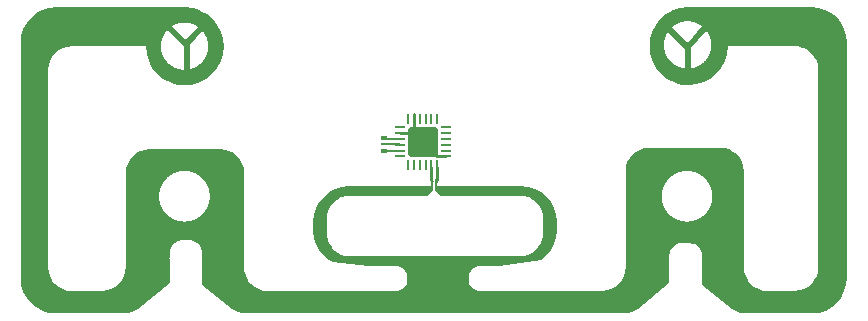
<source format=gbr>
G04 #@! TF.GenerationSoftware,KiCad,Pcbnew,6.0.9-8da3e8f707~117~ubuntu20.04.1*
G04 #@! TF.CreationDate,2022-12-15T16:30:46+01:00*
G04 #@! TF.ProjectId,picsyle-R_motion_915,70696373-796c-4652-9d52-5f6d6f74696f,rev?*
G04 #@! TF.SameCoordinates,Original*
G04 #@! TF.FileFunction,Copper,L1,Top*
G04 #@! TF.FilePolarity,Positive*
%FSLAX46Y46*%
G04 Gerber Fmt 4.6, Leading zero omitted, Abs format (unit mm)*
G04 Created by KiCad (PCBNEW 6.0.9-8da3e8f707~117~ubuntu20.04.1) date 2022-12-15 16:30:46*
%MOMM*%
%LPD*%
G01*
G04 APERTURE LIST*
G04 Aperture macros list*
%AMRoundRect*
0 Rectangle with rounded corners*
0 $1 Rounding radius*
0 $2 $3 $4 $5 $6 $7 $8 $9 X,Y pos of 4 corners*
0 Add a 4 corners polygon primitive as box body*
4,1,4,$2,$3,$4,$5,$6,$7,$8,$9,$2,$3,0*
0 Add four circle primitives for the rounded corners*
1,1,$1+$1,$2,$3*
1,1,$1+$1,$4,$5*
1,1,$1+$1,$6,$7*
1,1,$1+$1,$8,$9*
0 Add four rect primitives between the rounded corners*
20,1,$1+$1,$2,$3,$4,$5,0*
20,1,$1+$1,$4,$5,$6,$7,0*
20,1,$1+$1,$6,$7,$8,$9,0*
20,1,$1+$1,$8,$9,$2,$3,0*%
G04 Aperture macros list end*
G04 #@! TA.AperFunction,SMDPad,CuDef*
%ADD10RoundRect,0.062500X0.062500X-0.350000X0.062500X0.350000X-0.062500X0.350000X-0.062500X-0.350000X0*%
G04 #@! TD*
G04 #@! TA.AperFunction,SMDPad,CuDef*
%ADD11R,0.250000X0.825000*%
G04 #@! TD*
G04 #@! TA.AperFunction,SMDPad,CuDef*
%ADD12RoundRect,0.062500X0.350000X-0.062500X0.350000X0.062500X-0.350000X0.062500X-0.350000X-0.062500X0*%
G04 #@! TD*
G04 #@! TA.AperFunction,SMDPad,CuDef*
%ADD13RoundRect,0.240000X1.010000X-1.010000X1.010000X1.010000X-1.010000X1.010000X-1.010000X-1.010000X0*%
G04 #@! TD*
G04 #@! TA.AperFunction,SMDPad,CuDef*
%ADD14R,0.175000X0.500000*%
G04 #@! TD*
G04 #@! TA.AperFunction,SMDPad,CuDef*
%ADD15R,0.550000X0.400000*%
G04 #@! TD*
G04 #@! TA.AperFunction,SMDPad,CuDef*
%ADD16R,0.550000X0.200000*%
G04 #@! TD*
G04 #@! TA.AperFunction,Conductor*
%ADD17C,0.250000*%
G04 #@! TD*
G04 #@! TA.AperFunction,Conductor*
%ADD18C,0.200000*%
G04 #@! TD*
G04 APERTURE END LIST*
G36*
X45125000Y-48321000D02*
G01*
X45124000Y-48319000D01*
X45120000Y-48315000D01*
X45118000Y-48314000D01*
X45116000Y-48314000D01*
X45114000Y-48313000D01*
X38854000Y-48313000D01*
X38466000Y-48354000D01*
X38465000Y-48354000D01*
X38464000Y-48355000D01*
X38091000Y-48470000D01*
X38090000Y-48471000D01*
X38088000Y-48471000D01*
X37745000Y-48657000D01*
X37744000Y-48658000D01*
X37743000Y-48658000D01*
X37442000Y-48907000D01*
X37440000Y-48909000D01*
X37194000Y-49211000D01*
X37192000Y-49213000D01*
X37192000Y-49214000D01*
X37009000Y-49558000D01*
X37008000Y-49559000D01*
X37008000Y-49561000D01*
X36895000Y-49934000D01*
X36895000Y-49937000D01*
X36857000Y-50325000D01*
X36856000Y-50326000D01*
X36856000Y-67038000D01*
X36857000Y-67052000D01*
X36857000Y-67053000D01*
X36897000Y-67441000D01*
X36898000Y-67442000D01*
X36898000Y-67444000D01*
X37013000Y-67816000D01*
X37014000Y-67818000D01*
X37014000Y-67819000D01*
X37200000Y-68162000D01*
X37201000Y-68163000D01*
X37201000Y-68164000D01*
X37450000Y-68465000D01*
X37452000Y-68467000D01*
X37755000Y-68714000D01*
X37756000Y-68714000D01*
X37757000Y-68715000D01*
X38101000Y-68898000D01*
X38102000Y-68899000D01*
X38104000Y-68899000D01*
X38477000Y-69012000D01*
X38479000Y-69012000D01*
X38480000Y-69013000D01*
X38868000Y-69051000D01*
X41442000Y-69051000D01*
X41830000Y-69010000D01*
X41831000Y-69010000D01*
X41832000Y-69009000D01*
X42205000Y-68894000D01*
X42206000Y-68893000D01*
X42208000Y-68893000D01*
X42551000Y-68707000D01*
X42552000Y-68707000D01*
X42553000Y-68706000D01*
X42854000Y-68457000D01*
X42856000Y-68455000D01*
X43102000Y-68153000D01*
X43104000Y-68151000D01*
X43104000Y-68150000D01*
X43287000Y-67806000D01*
X43288000Y-67805000D01*
X43288000Y-67803000D01*
X43401000Y-67430000D01*
X43401000Y-67427000D01*
X43440000Y-67039000D01*
X43440000Y-61030000D01*
X46259000Y-61030000D01*
X46259300Y-61067400D01*
X46260300Y-61104800D01*
X46261900Y-61142200D01*
X46264200Y-61179500D01*
X46267200Y-61216800D01*
X46270700Y-61254000D01*
X46275000Y-61291200D01*
X46279900Y-61328200D01*
X46285400Y-61365200D01*
X46291600Y-61402100D01*
X46298400Y-61438900D01*
X46305800Y-61475600D01*
X46313900Y-61512100D01*
X46322700Y-61548400D01*
X46332000Y-61584600D01*
X46342000Y-61620700D01*
X46352600Y-61656600D01*
X46363900Y-61692200D01*
X46375800Y-61727700D01*
X46388200Y-61762900D01*
X46401300Y-61798000D01*
X46415000Y-61832800D01*
X46429400Y-61867300D01*
X46444300Y-61901600D01*
X46459800Y-61935700D01*
X46475900Y-61969400D01*
X46492600Y-62002900D01*
X46509800Y-62036100D01*
X46527700Y-62068900D01*
X46546100Y-62101500D01*
X46565100Y-62133700D01*
X46584600Y-62165600D01*
X46604700Y-62197200D01*
X46625400Y-62228400D01*
X46646600Y-62259200D01*
X46668300Y-62289600D01*
X46690500Y-62319700D01*
X46713300Y-62349400D01*
X46736600Y-62378600D01*
X46760400Y-62407500D01*
X46784700Y-62435900D01*
X46809400Y-62463900D01*
X46834700Y-62491500D01*
X46860500Y-62518700D01*
X46886700Y-62545300D01*
X46913300Y-62571500D01*
X46940500Y-62597300D01*
X46968100Y-62622600D01*
X46996100Y-62647300D01*
X47024500Y-62671600D01*
X47053400Y-62695400D01*
X47082600Y-62718700D01*
X47112300Y-62741500D01*
X47142400Y-62763700D01*
X47172800Y-62785400D01*
X47203600Y-62806600D01*
X47234800Y-62827300D01*
X47266400Y-62847400D01*
X47298300Y-62866900D01*
X47330500Y-62885900D01*
X47363100Y-62904300D01*
X47395900Y-62922200D01*
X47429100Y-62939400D01*
X47462600Y-62956100D01*
X47496300Y-62972200D01*
X47530400Y-62987700D01*
X47564700Y-63002600D01*
X47599200Y-63017000D01*
X47634000Y-63030700D01*
X47669100Y-63043800D01*
X47704300Y-63056200D01*
X47739800Y-63068100D01*
X47775400Y-63079400D01*
X47811300Y-63090000D01*
X47847400Y-63100000D01*
X47883600Y-63109300D01*
X47919900Y-63118100D01*
X47956400Y-63126200D01*
X47993100Y-63133600D01*
X48029900Y-63140400D01*
X48066800Y-63146600D01*
X48103800Y-63152100D01*
X48140800Y-63157000D01*
X48178000Y-63161300D01*
X48215200Y-63164800D01*
X48252500Y-63167800D01*
X48289800Y-63170100D01*
X48327200Y-63171700D01*
X48364600Y-63172700D01*
X48402000Y-63173000D01*
X48439400Y-63172700D01*
X48476800Y-63171700D01*
X48514200Y-63170100D01*
X48551500Y-63167800D01*
X48588800Y-63164800D01*
X48626000Y-63161300D01*
X48663200Y-63157000D01*
X48700200Y-63152100D01*
X48737200Y-63146600D01*
X48774100Y-63140400D01*
X48810900Y-63133600D01*
X48847600Y-63126200D01*
X48884100Y-63118100D01*
X48920400Y-63109300D01*
X48956600Y-63100000D01*
X48992700Y-63090000D01*
X49028600Y-63079400D01*
X49064200Y-63068100D01*
X49099700Y-63056200D01*
X49134900Y-63043800D01*
X49170000Y-63030700D01*
X49204800Y-63017000D01*
X49239300Y-63002600D01*
X49273600Y-62987700D01*
X49307700Y-62972200D01*
X49341400Y-62956100D01*
X49374900Y-62939400D01*
X49408100Y-62922200D01*
X49440900Y-62904300D01*
X49473500Y-62885900D01*
X49505700Y-62866900D01*
X49537600Y-62847400D01*
X49569200Y-62827300D01*
X49600400Y-62806600D01*
X49631200Y-62785400D01*
X49661600Y-62763700D01*
X49691700Y-62741500D01*
X49721400Y-62718700D01*
X49750600Y-62695400D01*
X49779500Y-62671600D01*
X49807900Y-62647300D01*
X49835900Y-62622600D01*
X49863500Y-62597300D01*
X49890700Y-62571500D01*
X49917300Y-62545300D01*
X49943500Y-62518700D01*
X49969300Y-62491500D01*
X49994600Y-62463900D01*
X50019300Y-62435900D01*
X50043600Y-62407500D01*
X50067400Y-62378600D01*
X50090700Y-62349400D01*
X50113500Y-62319700D01*
X50135700Y-62289600D01*
X50157400Y-62259200D01*
X50178600Y-62228400D01*
X50199300Y-62197200D01*
X50219400Y-62165600D01*
X50238900Y-62133700D01*
X50257900Y-62101500D01*
X50276300Y-62068900D01*
X50294200Y-62036100D01*
X50311400Y-62002900D01*
X50328100Y-61969400D01*
X50344200Y-61935700D01*
X50359700Y-61901600D01*
X50374600Y-61867300D01*
X50389000Y-61832800D01*
X50402700Y-61798000D01*
X50415800Y-61762900D01*
X50428200Y-61727700D01*
X50440100Y-61692200D01*
X50451400Y-61656600D01*
X50462000Y-61620700D01*
X50472000Y-61584600D01*
X50481300Y-61548400D01*
X50490100Y-61512100D01*
X50498200Y-61475600D01*
X50505600Y-61438900D01*
X50512400Y-61402100D01*
X50518600Y-61365200D01*
X50524100Y-61328200D01*
X50529000Y-61291200D01*
X50533300Y-61254000D01*
X50536800Y-61216800D01*
X50539800Y-61179500D01*
X50542100Y-61142200D01*
X50543700Y-61104800D01*
X50544700Y-61067400D01*
X50545000Y-61030000D01*
X50544700Y-60992600D01*
X50543700Y-60955200D01*
X50542100Y-60917800D01*
X50539800Y-60880500D01*
X50536800Y-60843200D01*
X50533300Y-60806000D01*
X50529000Y-60768800D01*
X50524100Y-60731800D01*
X50518600Y-60694800D01*
X50512400Y-60657900D01*
X50505600Y-60621100D01*
X50498200Y-60584400D01*
X50490100Y-60547900D01*
X50481300Y-60511600D01*
X50472000Y-60475400D01*
X50462000Y-60439300D01*
X50451400Y-60403400D01*
X50440100Y-60367800D01*
X50428200Y-60332300D01*
X50415800Y-60297100D01*
X50402700Y-60262000D01*
X50389000Y-60227200D01*
X50374600Y-60192700D01*
X50359700Y-60158400D01*
X50344200Y-60124300D01*
X50328100Y-60090600D01*
X50311400Y-60057100D01*
X50294200Y-60023900D01*
X50276300Y-59991100D01*
X50257900Y-59958500D01*
X50238900Y-59926300D01*
X50219400Y-59894400D01*
X50199300Y-59862800D01*
X50178600Y-59831600D01*
X50157400Y-59800800D01*
X50135700Y-59770400D01*
X50113500Y-59740300D01*
X50090700Y-59710600D01*
X50067400Y-59681400D01*
X50043600Y-59652500D01*
X50019300Y-59624100D01*
X49994600Y-59596100D01*
X49969300Y-59568500D01*
X49943500Y-59541300D01*
X49917300Y-59514700D01*
X49890700Y-59488500D01*
X49863500Y-59462700D01*
X49835900Y-59437400D01*
X49807900Y-59412700D01*
X49779500Y-59388400D01*
X49750600Y-59364600D01*
X49721400Y-59341300D01*
X49691700Y-59318500D01*
X49661600Y-59296300D01*
X49631200Y-59274600D01*
X49600400Y-59253400D01*
X49569200Y-59232700D01*
X49537600Y-59212600D01*
X49505700Y-59193100D01*
X49473500Y-59174100D01*
X49440900Y-59155700D01*
X49408100Y-59137800D01*
X49374900Y-59120600D01*
X49341400Y-59103900D01*
X49307700Y-59087800D01*
X49273600Y-59072300D01*
X49239300Y-59057400D01*
X49204800Y-59043000D01*
X49170000Y-59029300D01*
X49134900Y-59016200D01*
X49099700Y-59003800D01*
X49064200Y-58991900D01*
X49028600Y-58980600D01*
X48992700Y-58970000D01*
X48956600Y-58960000D01*
X48920400Y-58950700D01*
X48884100Y-58941900D01*
X48847600Y-58933800D01*
X48810900Y-58926400D01*
X48774100Y-58919600D01*
X48737200Y-58913400D01*
X48700200Y-58907900D01*
X48663200Y-58903000D01*
X48626000Y-58898700D01*
X48588800Y-58895200D01*
X48551500Y-58892200D01*
X48514200Y-58889900D01*
X48476800Y-58888300D01*
X48439400Y-58887300D01*
X48402000Y-58887000D01*
X48364600Y-58887300D01*
X48327200Y-58888300D01*
X48289800Y-58889900D01*
X48252500Y-58892200D01*
X48215200Y-58895200D01*
X48178000Y-58898700D01*
X48140800Y-58903000D01*
X48103800Y-58907900D01*
X48066800Y-58913400D01*
X48029900Y-58919600D01*
X47993100Y-58926400D01*
X47956400Y-58933800D01*
X47919900Y-58941900D01*
X47883600Y-58950700D01*
X47847400Y-58960000D01*
X47811300Y-58970000D01*
X47775400Y-58980600D01*
X47739800Y-58991900D01*
X47704300Y-59003800D01*
X47669100Y-59016200D01*
X47634000Y-59029300D01*
X47599200Y-59043000D01*
X47564700Y-59057400D01*
X47530400Y-59072300D01*
X47496300Y-59087800D01*
X47462600Y-59103900D01*
X47429100Y-59120600D01*
X47395900Y-59137800D01*
X47363100Y-59155700D01*
X47330500Y-59174100D01*
X47298300Y-59193100D01*
X47266400Y-59212600D01*
X47234800Y-59232700D01*
X47203600Y-59253400D01*
X47172800Y-59274600D01*
X47142400Y-59296300D01*
X47112300Y-59318500D01*
X47082600Y-59341300D01*
X47053400Y-59364600D01*
X47024500Y-59388400D01*
X46996100Y-59412700D01*
X46968100Y-59437400D01*
X46940500Y-59462700D01*
X46913300Y-59488500D01*
X46886700Y-59514700D01*
X46860500Y-59541300D01*
X46834700Y-59568500D01*
X46809400Y-59596100D01*
X46784700Y-59624100D01*
X46760400Y-59652500D01*
X46736600Y-59681400D01*
X46713300Y-59710600D01*
X46690500Y-59740300D01*
X46668300Y-59770400D01*
X46646600Y-59800800D01*
X46625400Y-59831600D01*
X46604700Y-59862800D01*
X46584600Y-59894400D01*
X46565100Y-59926300D01*
X46546100Y-59958500D01*
X46527700Y-59991100D01*
X46509800Y-60023900D01*
X46492600Y-60057100D01*
X46475900Y-60090600D01*
X46459800Y-60124300D01*
X46444300Y-60158400D01*
X46429400Y-60192700D01*
X46415000Y-60227200D01*
X46401300Y-60262000D01*
X46388200Y-60297100D01*
X46375800Y-60332300D01*
X46363900Y-60367800D01*
X46352600Y-60403400D01*
X46342000Y-60439300D01*
X46332000Y-60475400D01*
X46322700Y-60511600D01*
X46313900Y-60547900D01*
X46305800Y-60584400D01*
X46298400Y-60621100D01*
X46291600Y-60657900D01*
X46285400Y-60694800D01*
X46279900Y-60731800D01*
X46275000Y-60768800D01*
X46270700Y-60806000D01*
X46267200Y-60843200D01*
X46264200Y-60880500D01*
X46261900Y-60917800D01*
X46260300Y-60955200D01*
X46259300Y-60992600D01*
X46259000Y-61030000D01*
X43440000Y-61030000D01*
X43440000Y-59058000D01*
X43477000Y-58671000D01*
X43590000Y-58300000D01*
X43772000Y-57958000D01*
X44017000Y-57657000D01*
X44315000Y-57410000D01*
X44656000Y-57226000D01*
X45027000Y-57111000D01*
X45413000Y-57071000D01*
X49719000Y-57071000D01*
X51459000Y-57070000D01*
X51846000Y-57108000D01*
X52217000Y-57220000D01*
X52560000Y-57402000D01*
X52860000Y-57647000D01*
X53107000Y-57945000D01*
X53292000Y-58286000D01*
X53407000Y-58657000D01*
X53447000Y-59043000D01*
X53447000Y-67038000D01*
X53448000Y-67052000D01*
X53448000Y-67053000D01*
X53488000Y-67441000D01*
X53489000Y-67442000D01*
X53489000Y-67444000D01*
X53604000Y-67816000D01*
X53605000Y-67818000D01*
X53605000Y-67819000D01*
X53791000Y-68162000D01*
X53792000Y-68163000D01*
X53792000Y-68164000D01*
X54041000Y-68465000D01*
X54043000Y-68467000D01*
X54346000Y-68714000D01*
X54347000Y-68714000D01*
X54348000Y-68715000D01*
X54692000Y-68898000D01*
X54693000Y-68899000D01*
X54695000Y-68899000D01*
X55068000Y-69012000D01*
X55070000Y-69012000D01*
X55071000Y-69013000D01*
X55459000Y-69051000D01*
X66281000Y-69051000D01*
X66475000Y-69030000D01*
X66478000Y-69030000D01*
X66664000Y-68972000D01*
X66665000Y-68972000D01*
X66667000Y-68971000D01*
X66838000Y-68878000D01*
X66839000Y-68878000D01*
X66840000Y-68877000D01*
X66841000Y-68877000D01*
X66991000Y-68752000D01*
X66992000Y-68751000D01*
X66993000Y-68751000D01*
X66993000Y-68750000D01*
X67116000Y-68599000D01*
X67117000Y-68598000D01*
X67117000Y-68597000D01*
X67209000Y-68425000D01*
X67210000Y-68424000D01*
X67210000Y-68422000D01*
X67266000Y-68236000D01*
X67267000Y-68234000D01*
X67267000Y-68233000D01*
X67286000Y-68039000D01*
X67286000Y-67926000D01*
X67266000Y-67732000D01*
X67265000Y-67731000D01*
X67265000Y-67729000D01*
X67207000Y-67543000D01*
X67207000Y-67542000D01*
X67206000Y-67541000D01*
X67206000Y-67540000D01*
X67114000Y-67369000D01*
X67112000Y-67367000D01*
X66988000Y-67216000D01*
X66987000Y-67215000D01*
X66986000Y-67215000D01*
X66986000Y-67214000D01*
X66835000Y-67091000D01*
X66834000Y-67090000D01*
X66832000Y-67090000D01*
X66660000Y-66998000D01*
X66659000Y-66998000D01*
X66658000Y-66997000D01*
X66471000Y-66941000D01*
X66470000Y-66940000D01*
X66468000Y-66940000D01*
X66274000Y-66921000D01*
X64046000Y-66921000D01*
X61022000Y-66624000D01*
X60643000Y-66422000D01*
X60192000Y-66054000D01*
X59820000Y-65604000D01*
X59543000Y-65092000D01*
X59371000Y-64535000D01*
X59310000Y-63954000D01*
X59309000Y-63934000D01*
X59309000Y-63165000D01*
X59366000Y-62584000D01*
X59535000Y-62026000D01*
X59809000Y-61511000D01*
X60177000Y-61060000D01*
X60626000Y-60688000D01*
X61139000Y-60411000D01*
X61696000Y-60238000D01*
X62276000Y-60177000D01*
X69290000Y-60177000D01*
X69292000Y-60176000D01*
X69295000Y-60175000D01*
X69297000Y-60174000D01*
X69298000Y-60172000D01*
X69300000Y-60169000D01*
X69300000Y-60167000D01*
X69301000Y-60164000D01*
X69300000Y-60164000D01*
X69300000Y-59714000D01*
X69474000Y-59714000D01*
X69474000Y-60488000D01*
X68982000Y-60980000D01*
X62447000Y-60980000D01*
X62075000Y-61015000D01*
X62074000Y-61016000D01*
X62073000Y-61016000D01*
X61698000Y-61125000D01*
X61697000Y-61126000D01*
X61696000Y-61126000D01*
X61350000Y-61307000D01*
X61349000Y-61307000D01*
X61348000Y-61308000D01*
X60957000Y-61642000D01*
X60955000Y-61644000D01*
X60731000Y-61943000D01*
X60731000Y-61944000D01*
X60730000Y-61945000D01*
X60566000Y-62280000D01*
X60566000Y-62281000D01*
X60565000Y-62282000D01*
X60478000Y-62580000D01*
X60478000Y-62583000D01*
X60437000Y-62915000D01*
X60437000Y-62919000D01*
X60435000Y-62993000D01*
X60435000Y-63376000D01*
X60432000Y-63376000D01*
X60432000Y-63663000D01*
X60435000Y-63663000D01*
X60435000Y-64106000D01*
X60455000Y-64382000D01*
X60455000Y-64385000D01*
X60531000Y-64719000D01*
X60532000Y-64721000D01*
X60655000Y-65020000D01*
X60656000Y-65020000D01*
X60656000Y-65022000D01*
X60872000Y-65356000D01*
X60872000Y-65357000D01*
X60873000Y-65358000D01*
X60891000Y-65381000D01*
X60892000Y-65381000D01*
X60892000Y-65382000D01*
X61167000Y-65657000D01*
X61167000Y-65658000D01*
X61169000Y-65659000D01*
X61401000Y-65824000D01*
X61403000Y-65825000D01*
X61680000Y-65966000D01*
X61681000Y-65966000D01*
X61682000Y-65967000D01*
X61683000Y-65967000D01*
X62056000Y-66079000D01*
X62057000Y-66080000D01*
X62059000Y-66080000D01*
X62447000Y-66118000D01*
X76777000Y-66118000D01*
X77088000Y-66094000D01*
X77089000Y-66094000D01*
X77090000Y-66093000D01*
X77468000Y-65995000D01*
X77470000Y-65995000D01*
X77821000Y-65825000D01*
X77823000Y-65824000D01*
X78056000Y-65659000D01*
X78079000Y-65639000D01*
X78080000Y-65639000D01*
X78080000Y-65638000D01*
X78351000Y-65358000D01*
X78352000Y-65358000D01*
X78353000Y-65356000D01*
X78568000Y-65022000D01*
X78569000Y-65020000D01*
X78692000Y-64721000D01*
X78693000Y-64721000D01*
X78693000Y-64719000D01*
X78770000Y-64385000D01*
X78770000Y-64382000D01*
X78789000Y-64112000D01*
X78789000Y-63661000D01*
X78792000Y-63661000D01*
X78792000Y-63192000D01*
X78789000Y-63192000D01*
X78789000Y-62993000D01*
X78788000Y-62919000D01*
X78788000Y-62915000D01*
X78747000Y-62583000D01*
X78746000Y-62581000D01*
X78746000Y-62580000D01*
X78659000Y-62282000D01*
X78659000Y-62281000D01*
X78658000Y-62280000D01*
X78495000Y-61945000D01*
X78493000Y-61943000D01*
X78270000Y-61644000D01*
X78269000Y-61644000D01*
X78268000Y-61642000D01*
X77877000Y-61308000D01*
X77875000Y-61307000D01*
X77544000Y-61133000D01*
X77543000Y-61132000D01*
X77542000Y-61132000D01*
X77168000Y-61019000D01*
X77166000Y-61019000D01*
X77166000Y-61018000D01*
X76777000Y-60980000D01*
X70143000Y-60980000D01*
X69650000Y-60488000D01*
X69650000Y-59714000D01*
X69824000Y-59714000D01*
X69824000Y-60167000D01*
X69825000Y-60169000D01*
X69826000Y-60172000D01*
X69828000Y-60174000D01*
X69830000Y-60175000D01*
X69832000Y-60177000D01*
X69835000Y-60177000D01*
X69837000Y-60178000D01*
X76928000Y-60177000D01*
X77508000Y-60234000D01*
X78066000Y-60403000D01*
X78581000Y-60677000D01*
X79033000Y-61045000D01*
X79404000Y-61494000D01*
X79682000Y-62007000D01*
X79854000Y-62564000D01*
X79915000Y-63144000D01*
X79915000Y-63934000D01*
X79858000Y-64514000D01*
X79690000Y-65072000D01*
X79416000Y-65587000D01*
X79048000Y-66039000D01*
X78598000Y-66410000D01*
X75050000Y-66921000D01*
X73461000Y-66921000D01*
X73267000Y-66942000D01*
X73265000Y-66942000D01*
X73078000Y-67000000D01*
X73077000Y-67000000D01*
X73076000Y-67001000D01*
X72904000Y-67094000D01*
X72903000Y-67094000D01*
X72902000Y-67095000D01*
X72752000Y-67219000D01*
X72750000Y-67221000D01*
X72627000Y-67372000D01*
X72625000Y-67374000D01*
X72625000Y-67375000D01*
X72533000Y-67547000D01*
X72533000Y-67549000D01*
X72476000Y-67736000D01*
X72476000Y-67739000D01*
X72457000Y-67933000D01*
X72456000Y-67934000D01*
X72456000Y-68038000D01*
X72457000Y-68045000D01*
X72457000Y-68046000D01*
X72477000Y-68240000D01*
X72477000Y-68242000D01*
X72478000Y-68242000D01*
X72535000Y-68429000D01*
X72536000Y-68430000D01*
X72536000Y-68431000D01*
X72629000Y-68603000D01*
X72630000Y-68604000D01*
X72630000Y-68605000D01*
X72755000Y-68756000D01*
X72756000Y-68756000D01*
X72757000Y-68757000D01*
X72908000Y-68881000D01*
X72909000Y-68881000D01*
X72910000Y-68882000D01*
X73082000Y-68974000D01*
X73084000Y-68974000D01*
X73085000Y-68975000D01*
X73272000Y-69031000D01*
X73273000Y-69031000D01*
X73274000Y-69032000D01*
X73468000Y-69051000D01*
X83758000Y-69051000D01*
X84146000Y-69010000D01*
X84147000Y-69010000D01*
X84148000Y-69009000D01*
X84521000Y-68894000D01*
X84522000Y-68893000D01*
X84524000Y-68893000D01*
X84867000Y-68707000D01*
X84868000Y-68707000D01*
X84869000Y-68706000D01*
X85170000Y-68457000D01*
X85172000Y-68455000D01*
X85418000Y-68153000D01*
X85420000Y-68151000D01*
X85420000Y-68150000D01*
X85603000Y-67806000D01*
X85604000Y-67805000D01*
X85604000Y-67803000D01*
X85717000Y-67430000D01*
X85717000Y-67427000D01*
X85756000Y-67039000D01*
X85756000Y-61030000D01*
X88810000Y-61030000D01*
X88810300Y-61067400D01*
X88811300Y-61104800D01*
X88812900Y-61142200D01*
X88815200Y-61179500D01*
X88818200Y-61216800D01*
X88821700Y-61254000D01*
X88826000Y-61291200D01*
X88830900Y-61328200D01*
X88836400Y-61365200D01*
X88842600Y-61402100D01*
X88849400Y-61438900D01*
X88856800Y-61475600D01*
X88864900Y-61512100D01*
X88873700Y-61548400D01*
X88883000Y-61584600D01*
X88893000Y-61620700D01*
X88903600Y-61656600D01*
X88914900Y-61692200D01*
X88926800Y-61727700D01*
X88939200Y-61762900D01*
X88952300Y-61798000D01*
X88966000Y-61832800D01*
X88980400Y-61867300D01*
X88995300Y-61901600D01*
X89010800Y-61935700D01*
X89026900Y-61969400D01*
X89043600Y-62002900D01*
X89060800Y-62036100D01*
X89078700Y-62068900D01*
X89097100Y-62101500D01*
X89116100Y-62133700D01*
X89135600Y-62165600D01*
X89155700Y-62197200D01*
X89176400Y-62228400D01*
X89197600Y-62259200D01*
X89219300Y-62289600D01*
X89241500Y-62319700D01*
X89264300Y-62349400D01*
X89287600Y-62378600D01*
X89311400Y-62407500D01*
X89335700Y-62435900D01*
X89360400Y-62463900D01*
X89385700Y-62491500D01*
X89411500Y-62518700D01*
X89437700Y-62545300D01*
X89464300Y-62571500D01*
X89491500Y-62597300D01*
X89519100Y-62622600D01*
X89547100Y-62647300D01*
X89575500Y-62671600D01*
X89604400Y-62695400D01*
X89633600Y-62718700D01*
X89663300Y-62741500D01*
X89693400Y-62763700D01*
X89723800Y-62785400D01*
X89754600Y-62806600D01*
X89785800Y-62827300D01*
X89817400Y-62847400D01*
X89849300Y-62866900D01*
X89881500Y-62885900D01*
X89914100Y-62904300D01*
X89946900Y-62922200D01*
X89980100Y-62939400D01*
X90013600Y-62956100D01*
X90047300Y-62972200D01*
X90081400Y-62987700D01*
X90115700Y-63002600D01*
X90150200Y-63017000D01*
X90185000Y-63030700D01*
X90220100Y-63043800D01*
X90255300Y-63056200D01*
X90290800Y-63068100D01*
X90326400Y-63079400D01*
X90362300Y-63090000D01*
X90398400Y-63100000D01*
X90434600Y-63109300D01*
X90470900Y-63118100D01*
X90507400Y-63126200D01*
X90544100Y-63133600D01*
X90580900Y-63140400D01*
X90617800Y-63146600D01*
X90654800Y-63152100D01*
X90691800Y-63157000D01*
X90729000Y-63161300D01*
X90766200Y-63164800D01*
X90803500Y-63167800D01*
X90840800Y-63170100D01*
X90878200Y-63171700D01*
X90915600Y-63172700D01*
X90953000Y-63173000D01*
X90990400Y-63172700D01*
X91027800Y-63171700D01*
X91065200Y-63170100D01*
X91102500Y-63167800D01*
X91139800Y-63164800D01*
X91177000Y-63161300D01*
X91214200Y-63157000D01*
X91251200Y-63152100D01*
X91288200Y-63146600D01*
X91325100Y-63140400D01*
X91361900Y-63133600D01*
X91398600Y-63126200D01*
X91435100Y-63118100D01*
X91471400Y-63109300D01*
X91507600Y-63100000D01*
X91543700Y-63090000D01*
X91579600Y-63079400D01*
X91615200Y-63068100D01*
X91650700Y-63056200D01*
X91685900Y-63043800D01*
X91721000Y-63030700D01*
X91755800Y-63017000D01*
X91790300Y-63002600D01*
X91824600Y-62987700D01*
X91858700Y-62972200D01*
X91892400Y-62956100D01*
X91925900Y-62939400D01*
X91959100Y-62922200D01*
X91991900Y-62904300D01*
X92024500Y-62885900D01*
X92056700Y-62866900D01*
X92088600Y-62847400D01*
X92120200Y-62827300D01*
X92151400Y-62806600D01*
X92182200Y-62785400D01*
X92212600Y-62763700D01*
X92242700Y-62741500D01*
X92272400Y-62718700D01*
X92301600Y-62695400D01*
X92330500Y-62671600D01*
X92358900Y-62647300D01*
X92386900Y-62622600D01*
X92414500Y-62597300D01*
X92441700Y-62571500D01*
X92468300Y-62545300D01*
X92494500Y-62518700D01*
X92520300Y-62491500D01*
X92545600Y-62463900D01*
X92570300Y-62435900D01*
X92594600Y-62407500D01*
X92618400Y-62378600D01*
X92641700Y-62349400D01*
X92664500Y-62319700D01*
X92686700Y-62289600D01*
X92708400Y-62259200D01*
X92729600Y-62228400D01*
X92750300Y-62197200D01*
X92770400Y-62165600D01*
X92789900Y-62133700D01*
X92808900Y-62101500D01*
X92827300Y-62068900D01*
X92845200Y-62036100D01*
X92862400Y-62002900D01*
X92879100Y-61969400D01*
X92895200Y-61935700D01*
X92910700Y-61901600D01*
X92925600Y-61867300D01*
X92940000Y-61832800D01*
X92953700Y-61798000D01*
X92966800Y-61762900D01*
X92979200Y-61727700D01*
X92991100Y-61692200D01*
X93002400Y-61656600D01*
X93013000Y-61620700D01*
X93023000Y-61584600D01*
X93032300Y-61548400D01*
X93041100Y-61512100D01*
X93049200Y-61475600D01*
X93056600Y-61438900D01*
X93063400Y-61402100D01*
X93069600Y-61365200D01*
X93075100Y-61328200D01*
X93080000Y-61291200D01*
X93084300Y-61254000D01*
X93087800Y-61216800D01*
X93090800Y-61179500D01*
X93093100Y-61142200D01*
X93094700Y-61104800D01*
X93095700Y-61067400D01*
X93096000Y-61030000D01*
X93095700Y-60992600D01*
X93094700Y-60955200D01*
X93093100Y-60917800D01*
X93090800Y-60880500D01*
X93087800Y-60843200D01*
X93084300Y-60806000D01*
X93080000Y-60768800D01*
X93075100Y-60731800D01*
X93069600Y-60694800D01*
X93063400Y-60657900D01*
X93056600Y-60621100D01*
X93049200Y-60584400D01*
X93041100Y-60547900D01*
X93032300Y-60511600D01*
X93023000Y-60475400D01*
X93013000Y-60439300D01*
X93002400Y-60403400D01*
X92991100Y-60367800D01*
X92979200Y-60332300D01*
X92966800Y-60297100D01*
X92953700Y-60262000D01*
X92940000Y-60227200D01*
X92925600Y-60192700D01*
X92910700Y-60158400D01*
X92895200Y-60124300D01*
X92879100Y-60090600D01*
X92862400Y-60057100D01*
X92845200Y-60023900D01*
X92827300Y-59991100D01*
X92808900Y-59958500D01*
X92789900Y-59926300D01*
X92770400Y-59894400D01*
X92750300Y-59862800D01*
X92729600Y-59831600D01*
X92708400Y-59800800D01*
X92686700Y-59770400D01*
X92664500Y-59740300D01*
X92641700Y-59710600D01*
X92618400Y-59681400D01*
X92594600Y-59652500D01*
X92570300Y-59624100D01*
X92545600Y-59596100D01*
X92520300Y-59568500D01*
X92494500Y-59541300D01*
X92468300Y-59514700D01*
X92441700Y-59488500D01*
X92414500Y-59462700D01*
X92386900Y-59437400D01*
X92358900Y-59412700D01*
X92330500Y-59388400D01*
X92301600Y-59364600D01*
X92272400Y-59341300D01*
X92242700Y-59318500D01*
X92212600Y-59296300D01*
X92182200Y-59274600D01*
X92151400Y-59253400D01*
X92120200Y-59232700D01*
X92088600Y-59212600D01*
X92056700Y-59193100D01*
X92024500Y-59174100D01*
X91991900Y-59155700D01*
X91959100Y-59137800D01*
X91925900Y-59120600D01*
X91892400Y-59103900D01*
X91858700Y-59087800D01*
X91824600Y-59072300D01*
X91790300Y-59057400D01*
X91755800Y-59043000D01*
X91721000Y-59029300D01*
X91685900Y-59016200D01*
X91650700Y-59003800D01*
X91615200Y-58991900D01*
X91579600Y-58980600D01*
X91543700Y-58970000D01*
X91507600Y-58960000D01*
X91471400Y-58950700D01*
X91435100Y-58941900D01*
X91398600Y-58933800D01*
X91361900Y-58926400D01*
X91325100Y-58919600D01*
X91288200Y-58913400D01*
X91251200Y-58907900D01*
X91214200Y-58903000D01*
X91177000Y-58898700D01*
X91139800Y-58895200D01*
X91102500Y-58892200D01*
X91065200Y-58889900D01*
X91027800Y-58888300D01*
X90990400Y-58887300D01*
X90953000Y-58887000D01*
X90915600Y-58887300D01*
X90878200Y-58888300D01*
X90840800Y-58889900D01*
X90803500Y-58892200D01*
X90766200Y-58895200D01*
X90729000Y-58898700D01*
X90691800Y-58903000D01*
X90654800Y-58907900D01*
X90617800Y-58913400D01*
X90580900Y-58919600D01*
X90544100Y-58926400D01*
X90507400Y-58933800D01*
X90470900Y-58941900D01*
X90434600Y-58950700D01*
X90398400Y-58960000D01*
X90362300Y-58970000D01*
X90326400Y-58980600D01*
X90290800Y-58991900D01*
X90255300Y-59003800D01*
X90220100Y-59016200D01*
X90185000Y-59029300D01*
X90150200Y-59043000D01*
X90115700Y-59057400D01*
X90081400Y-59072300D01*
X90047300Y-59087800D01*
X90013600Y-59103900D01*
X89980100Y-59120600D01*
X89946900Y-59137800D01*
X89914100Y-59155700D01*
X89881500Y-59174100D01*
X89849300Y-59193100D01*
X89817400Y-59212600D01*
X89785800Y-59232700D01*
X89754600Y-59253400D01*
X89723800Y-59274600D01*
X89693400Y-59296300D01*
X89663300Y-59318500D01*
X89633600Y-59341300D01*
X89604400Y-59364600D01*
X89575500Y-59388400D01*
X89547100Y-59412700D01*
X89519100Y-59437400D01*
X89491500Y-59462700D01*
X89464300Y-59488500D01*
X89437700Y-59514700D01*
X89411500Y-59541300D01*
X89385700Y-59568500D01*
X89360400Y-59596100D01*
X89335700Y-59624100D01*
X89311400Y-59652500D01*
X89287600Y-59681400D01*
X89264300Y-59710600D01*
X89241500Y-59740300D01*
X89219300Y-59770400D01*
X89197600Y-59800800D01*
X89176400Y-59831600D01*
X89155700Y-59862800D01*
X89135600Y-59894400D01*
X89116100Y-59926300D01*
X89097100Y-59958500D01*
X89078700Y-59991100D01*
X89060800Y-60023900D01*
X89043600Y-60057100D01*
X89026900Y-60090600D01*
X89010800Y-60124300D01*
X88995300Y-60158400D01*
X88980400Y-60192700D01*
X88966000Y-60227200D01*
X88952300Y-60262000D01*
X88939200Y-60297100D01*
X88926800Y-60332300D01*
X88914900Y-60367800D01*
X88903600Y-60403400D01*
X88893000Y-60439300D01*
X88883000Y-60475400D01*
X88873700Y-60511600D01*
X88864900Y-60547900D01*
X88856800Y-60584400D01*
X88849400Y-60621100D01*
X88842600Y-60657900D01*
X88836400Y-60694800D01*
X88830900Y-60731800D01*
X88826000Y-60768800D01*
X88821700Y-60806000D01*
X88818200Y-60843200D01*
X88815200Y-60880500D01*
X88812900Y-60917800D01*
X88811300Y-60955200D01*
X88810300Y-60992600D01*
X88810000Y-61030000D01*
X85756000Y-61030000D01*
X85756000Y-58905000D01*
X85793000Y-58518000D01*
X85906000Y-58147000D01*
X86088000Y-57805000D01*
X86333000Y-57504000D01*
X86631000Y-57257000D01*
X86972000Y-57073000D01*
X87343000Y-56958000D01*
X87729000Y-56918000D01*
X92035000Y-56918000D01*
X93775000Y-56917000D01*
X94162000Y-56955000D01*
X94533000Y-57067000D01*
X94876000Y-57249000D01*
X95176000Y-57494000D01*
X95423000Y-57792000D01*
X95608000Y-58133000D01*
X95723000Y-58504000D01*
X95763000Y-58890000D01*
X95763000Y-67038000D01*
X95764000Y-67052000D01*
X95764000Y-67053000D01*
X95804000Y-67441000D01*
X95805000Y-67442000D01*
X95805000Y-67444000D01*
X95920000Y-67816000D01*
X95921000Y-67818000D01*
X95921000Y-67819000D01*
X96107000Y-68162000D01*
X96108000Y-68163000D01*
X96108000Y-68164000D01*
X96357000Y-68465000D01*
X96359000Y-68467000D01*
X96662000Y-68714000D01*
X96663000Y-68714000D01*
X96664000Y-68715000D01*
X97008000Y-68898000D01*
X97009000Y-68899000D01*
X97011000Y-68899000D01*
X97384000Y-69012000D01*
X97386000Y-69012000D01*
X97387000Y-69013000D01*
X97775000Y-69051000D01*
X100083000Y-69051000D01*
X100471000Y-69010000D01*
X100472000Y-69010000D01*
X100473000Y-69009000D01*
X100846000Y-68894000D01*
X100847000Y-68893000D01*
X100849000Y-68893000D01*
X101192000Y-68707000D01*
X101193000Y-68707000D01*
X101194000Y-68706000D01*
X101495000Y-68457000D01*
X101497000Y-68455000D01*
X101743000Y-68153000D01*
X101745000Y-68151000D01*
X101745000Y-68150000D01*
X101928000Y-67806000D01*
X101929000Y-67805000D01*
X101929000Y-67803000D01*
X102042000Y-67430000D01*
X102042000Y-67427000D01*
X102081000Y-67039000D01*
X102081000Y-50313000D01*
X102080000Y-50312000D01*
X102080000Y-50311000D01*
X102040000Y-49923000D01*
X102039000Y-49922000D01*
X102039000Y-49920000D01*
X101924000Y-49548000D01*
X101923000Y-49546000D01*
X101923000Y-49545000D01*
X101737000Y-49202000D01*
X101736000Y-49201000D01*
X101736000Y-49200000D01*
X101487000Y-48899000D01*
X101485000Y-48897000D01*
X101183000Y-48650000D01*
X101182000Y-48650000D01*
X101181000Y-48649000D01*
X101180000Y-48649000D01*
X100836000Y-48466000D01*
X100835000Y-48465000D01*
X100833000Y-48465000D01*
X100460000Y-48352000D01*
X100459000Y-48352000D01*
X100457000Y-48351000D01*
X100069000Y-48313000D01*
X94406000Y-48313000D01*
X94405000Y-48314000D01*
X94403000Y-48314000D01*
X94400000Y-48315000D01*
X94398000Y-48317000D01*
X94397000Y-48319000D01*
X94395000Y-48321000D01*
X94395000Y-48325000D01*
X94331000Y-48969000D01*
X94145000Y-49587000D01*
X93842000Y-50157000D01*
X93434000Y-50657000D01*
X92937000Y-51068000D01*
X92369000Y-51375000D01*
X91752000Y-51566000D01*
X91110000Y-51633000D01*
X90468000Y-51575000D01*
X89849000Y-51393000D01*
X89277000Y-51094000D01*
X88774000Y-50689000D01*
X88359000Y-50195000D01*
X88048000Y-49629000D01*
X87853000Y-49014000D01*
X87781000Y-48373000D01*
X87795320Y-48202300D01*
X89000700Y-48202300D01*
X89000800Y-48237400D01*
X89001500Y-48272500D01*
X89002800Y-48307500D01*
X89004700Y-48342600D01*
X89007300Y-48377600D01*
X89010400Y-48412500D01*
X89014200Y-48447400D01*
X89018500Y-48482200D01*
X89023500Y-48517000D01*
X89029100Y-48551600D01*
X89035300Y-48586200D01*
X89042100Y-48620600D01*
X89049500Y-48654900D01*
X89057500Y-48689100D01*
X89066100Y-48723100D01*
X89075300Y-48757000D01*
X89085100Y-48790700D01*
X89095500Y-48824200D01*
X89106500Y-48857500D01*
X89118100Y-48890600D01*
X89130200Y-48923600D01*
X89142900Y-48956300D01*
X89156200Y-48988800D01*
X89170000Y-49021000D01*
X89184400Y-49053000D01*
X89199400Y-49084800D01*
X89214900Y-49116200D01*
X89231000Y-49147400D01*
X89247600Y-49178300D01*
X89264800Y-49208900D01*
X89282500Y-49239200D01*
X89300700Y-49269200D01*
X89319500Y-49298900D01*
X89338700Y-49328200D01*
X89358500Y-49357200D01*
X89378800Y-49385900D01*
X89399600Y-49414100D01*
X89420900Y-49442000D01*
X89442600Y-49469600D01*
X89464900Y-49496700D01*
X89487600Y-49523500D01*
X89510700Y-49549800D01*
X89534400Y-49575800D01*
X89558500Y-49601300D01*
X89583000Y-49626400D01*
X89608000Y-49651000D01*
X89633400Y-49675300D01*
X89659200Y-49699000D01*
X89685400Y-49722300D01*
X89712100Y-49745200D01*
X89739100Y-49767600D01*
X89766500Y-49789400D01*
X89794300Y-49810900D01*
X89822500Y-49831800D01*
X89851000Y-49852200D01*
X89879900Y-49872100D01*
X89909200Y-49891500D01*
X89938700Y-49910400D01*
X89968600Y-49928800D01*
X89998900Y-49946700D01*
X90029400Y-49964000D01*
X90060200Y-49980700D01*
X90091300Y-49997000D01*
X90122700Y-50012700D01*
X90154400Y-50027800D01*
X90186300Y-50042400D01*
X90218500Y-50056400D01*
X90250900Y-50069800D01*
X90283600Y-50082700D01*
X90316400Y-50095000D01*
X90349500Y-50106700D01*
X90382800Y-50117800D01*
X90416300Y-50128400D01*
X90449900Y-50138300D01*
X90483700Y-50147700D01*
X90517700Y-50156500D01*
X90551800Y-50164700D01*
X90586100Y-50172300D01*
X90620500Y-50179200D01*
X90655000Y-50185600D01*
X90689600Y-50191400D01*
X90724300Y-50196500D01*
X90759100Y-50201100D01*
X90794000Y-50205000D01*
X90794000Y-50195000D01*
X91292000Y-50195000D01*
X91326600Y-50189600D01*
X91361200Y-50183600D01*
X91395600Y-50177000D01*
X91429900Y-50169800D01*
X91464000Y-50161900D01*
X91498100Y-50153500D01*
X91531900Y-50144500D01*
X91565600Y-50134900D01*
X91599200Y-50124700D01*
X91632500Y-50114000D01*
X91665700Y-50102600D01*
X91698600Y-50090700D01*
X91731400Y-50078100D01*
X91763900Y-50065100D01*
X91796200Y-50051400D01*
X91828200Y-50037200D01*
X91860000Y-50022400D01*
X91891500Y-50007100D01*
X91922700Y-49991200D01*
X91953700Y-49974800D01*
X91984400Y-49957800D01*
X92014700Y-49940300D01*
X92044800Y-49922300D01*
X92074500Y-49903700D01*
X92103900Y-49884700D01*
X92133000Y-49865100D01*
X92161700Y-49845000D01*
X92190100Y-49824400D01*
X92218100Y-49803300D01*
X92245700Y-49781800D01*
X92272900Y-49759700D01*
X92299800Y-49737200D01*
X92326200Y-49714200D01*
X92352300Y-49690800D01*
X92377900Y-49666900D01*
X92403100Y-49642500D01*
X92427900Y-49617700D01*
X92452200Y-49592500D01*
X92476100Y-49566900D01*
X92499600Y-49540800D01*
X92522600Y-49514300D01*
X92545100Y-49487500D01*
X92567100Y-49460200D01*
X92588700Y-49432600D01*
X92609700Y-49404600D01*
X92630300Y-49376200D01*
X92650400Y-49347500D01*
X92670000Y-49318400D01*
X92689000Y-49289000D01*
X92707600Y-49259300D01*
X92725600Y-49229200D01*
X92743100Y-49198800D01*
X92760000Y-49168200D01*
X92776400Y-49137200D01*
X92792300Y-49105900D01*
X92807600Y-49074400D01*
X92822400Y-49042600D01*
X92836600Y-49010600D01*
X92850200Y-48978300D01*
X92863300Y-48945800D01*
X92875800Y-48913100D01*
X92887700Y-48880100D01*
X92899100Y-48846900D01*
X92909800Y-48813600D01*
X92920000Y-48780000D01*
X92929600Y-48746300D01*
X92938600Y-48712500D01*
X92947000Y-48678400D01*
X92954800Y-48644300D01*
X92962000Y-48610000D01*
X92968600Y-48575600D01*
X92974600Y-48541000D01*
X92980000Y-48506400D01*
X92984800Y-48471700D01*
X92988900Y-48436900D01*
X92992500Y-48402000D01*
X92995500Y-48367100D01*
X92997800Y-48332100D01*
X92999500Y-48297100D01*
X93000600Y-48262100D01*
X93001100Y-48227000D01*
X93001000Y-48192000D01*
X93000300Y-48157000D01*
X92999000Y-48121900D01*
X92997000Y-48086900D01*
X92994400Y-48052000D01*
X92991300Y-48017100D01*
X92987500Y-47982200D01*
X92983100Y-47947500D01*
X92978100Y-47912800D01*
X92972400Y-47878200D01*
X92966200Y-47843700D01*
X92959400Y-47809300D01*
X92952000Y-47775100D01*
X92943900Y-47741000D01*
X92935300Y-47707000D01*
X92926100Y-47673200D01*
X92916300Y-47639500D01*
X92905900Y-47606100D01*
X92894900Y-47572800D01*
X92883400Y-47539700D01*
X92871200Y-47506800D01*
X92858500Y-47474100D01*
X92845200Y-47441700D01*
X92831400Y-47409500D01*
X92817000Y-47377600D01*
X92802000Y-47345900D01*
X92786500Y-47314500D01*
X92770400Y-47283300D01*
X92753800Y-47252500D01*
X92736700Y-47221900D01*
X92719000Y-47191600D01*
X92700800Y-47161700D01*
X92682000Y-47132100D01*
X92662800Y-47102800D01*
X92643000Y-47073800D01*
X92622800Y-47045200D01*
X92602000Y-47017000D01*
X91292000Y-48503000D01*
X91292000Y-50195000D01*
X90794000Y-50195000D01*
X90794000Y-48570000D01*
X89334000Y-47110000D01*
X89314900Y-47139400D01*
X89296200Y-47169200D01*
X89278100Y-47199200D01*
X89260600Y-47229600D01*
X89243500Y-47260300D01*
X89227100Y-47291300D01*
X89211100Y-47322500D01*
X89195700Y-47354100D01*
X89180900Y-47385900D01*
X89166600Y-47417900D01*
X89152900Y-47450200D01*
X89139800Y-47482800D01*
X89127200Y-47515500D01*
X89115200Y-47548500D01*
X89103800Y-47581700D01*
X89092900Y-47615100D01*
X89082700Y-47648700D01*
X89073100Y-47682400D01*
X89064000Y-47716300D01*
X89055500Y-47750400D01*
X89047700Y-47784600D01*
X89040400Y-47818900D01*
X89033800Y-47853400D01*
X89027700Y-47887900D01*
X89022300Y-47922600D01*
X89017400Y-47957300D01*
X89013200Y-47992200D01*
X89009600Y-48027100D01*
X89006600Y-48062100D01*
X89004200Y-48097100D01*
X89002400Y-48132100D01*
X89001300Y-48167200D01*
X89000700Y-48202300D01*
X87795320Y-48202300D01*
X87835000Y-47729000D01*
X88013000Y-47109000D01*
X88207790Y-46730000D01*
X89662000Y-46730000D01*
X91005000Y-48073000D01*
X92254000Y-46657000D01*
X92226300Y-46635100D01*
X92198300Y-46613800D01*
X92169800Y-46592900D01*
X92141000Y-46572600D01*
X92111900Y-46552700D01*
X92082400Y-46533400D01*
X92052600Y-46514600D01*
X92022400Y-46496300D01*
X91991900Y-46478600D01*
X91961100Y-46461400D01*
X91930100Y-46444700D01*
X91898700Y-46428600D01*
X91867000Y-46413000D01*
X91835100Y-46398100D01*
X91803000Y-46383600D01*
X91770500Y-46369800D01*
X91737900Y-46356500D01*
X91705000Y-46343800D01*
X91671800Y-46331700D01*
X91638500Y-46320100D01*
X91605000Y-46309200D01*
X91571300Y-46298800D01*
X91537400Y-46289100D01*
X91503400Y-46279900D01*
X91469100Y-46271300D01*
X91434800Y-46263400D01*
X91400300Y-46256000D01*
X91365700Y-46249300D01*
X91331000Y-46243200D01*
X91296100Y-46237700D01*
X91261200Y-46232800D01*
X91226200Y-46228500D01*
X91191100Y-46224800D01*
X91156000Y-46221800D01*
X91120800Y-46219300D01*
X91085600Y-46217500D01*
X91050300Y-46216400D01*
X91015100Y-46215800D01*
X90979800Y-46215900D01*
X90944600Y-46216500D01*
X90909300Y-46217800D01*
X90874100Y-46219800D01*
X90838900Y-46222300D01*
X90803800Y-46225500D01*
X90768800Y-46229300D01*
X90733800Y-46233700D01*
X90698900Y-46238700D01*
X90664100Y-46244300D01*
X90629300Y-46250600D01*
X90594800Y-46257400D01*
X90560300Y-46264900D01*
X90526000Y-46273000D01*
X90491800Y-46281600D01*
X90457800Y-46290900D01*
X90423900Y-46300800D01*
X90390200Y-46311200D01*
X90356800Y-46322300D01*
X90323500Y-46334000D01*
X90290400Y-46346200D01*
X90257500Y-46359000D01*
X90224900Y-46372400D01*
X90192500Y-46386400D01*
X90160400Y-46400900D01*
X90128500Y-46416000D01*
X90096900Y-46431700D01*
X90065600Y-46447900D01*
X90034600Y-46464700D01*
X90003900Y-46482000D01*
X89973500Y-46499800D01*
X89943400Y-46518200D01*
X89913600Y-46537100D01*
X89884200Y-46556500D01*
X89855100Y-46576500D01*
X89826400Y-46596900D01*
X89798000Y-46617900D01*
X89770000Y-46639300D01*
X89742400Y-46661300D01*
X89715200Y-46683700D01*
X89688400Y-46706600D01*
X89662000Y-46730000D01*
X88207790Y-46730000D01*
X88308000Y-46535000D01*
X88709000Y-46029000D01*
X89200000Y-45611000D01*
X89334000Y-45536200D01*
X89764000Y-45296000D01*
X90377000Y-45097000D01*
X91015100Y-45020500D01*
X91019000Y-45020000D01*
X91088000Y-45019000D01*
X101523000Y-45019000D01*
X102104000Y-45076000D01*
X102662000Y-45245000D01*
X103177000Y-45519000D01*
X103629000Y-45887000D01*
X104000000Y-46336000D01*
X104277000Y-46849000D01*
X104450000Y-47406000D01*
X104511000Y-47986000D01*
X104511000Y-67951000D01*
X104454000Y-68531000D01*
X104285000Y-69089000D01*
X104012000Y-69604000D01*
X103643000Y-70056000D01*
X103194000Y-70427000D01*
X102681000Y-70705000D01*
X102125000Y-70877000D01*
X101544000Y-70938000D01*
X95864000Y-70938000D01*
X95477000Y-70900000D01*
X95106000Y-70788000D01*
X94763000Y-70606000D01*
X92215000Y-68525000D01*
X92215000Y-66016000D01*
X92202000Y-65858000D01*
X92202000Y-65856000D01*
X92152000Y-65667000D01*
X92152000Y-65665000D01*
X92151000Y-65664000D01*
X92066000Y-65489000D01*
X92066000Y-65488000D01*
X92065000Y-65487000D01*
X91947000Y-65331000D01*
X91945000Y-65329000D01*
X91800000Y-65200000D01*
X91798000Y-65198000D01*
X91797000Y-65198000D01*
X91629000Y-65099000D01*
X91628000Y-65099000D01*
X91627000Y-65098000D01*
X91443000Y-65034000D01*
X91441000Y-65033000D01*
X91440000Y-65033000D01*
X91247000Y-65005000D01*
X90439000Y-65005000D01*
X90281000Y-65025000D01*
X90279000Y-65025000D01*
X90093000Y-65083000D01*
X90092000Y-65084000D01*
X90090000Y-65084000D01*
X89919000Y-65177000D01*
X89918000Y-65178000D01*
X89917000Y-65178000D01*
X89766000Y-65303000D01*
X89764000Y-65305000D01*
X89641000Y-65456000D01*
X89640000Y-65457000D01*
X89640000Y-65458000D01*
X89548000Y-65630000D01*
X89548000Y-65631000D01*
X89547000Y-65633000D01*
X89491000Y-65820000D01*
X89490000Y-65821000D01*
X89490000Y-65822000D01*
X89471000Y-66016000D01*
X89471000Y-66284000D01*
X89358000Y-66192000D01*
X89471000Y-66329000D01*
X89471000Y-68364000D01*
X86767000Y-70598000D01*
X86426000Y-70783000D01*
X86056000Y-70897000D01*
X85612000Y-70944000D01*
X53609000Y-70944000D01*
X53161000Y-70900000D01*
X52790000Y-70788000D01*
X52447000Y-70606000D01*
X49899000Y-68525000D01*
X49899000Y-65787000D01*
X49886000Y-65629000D01*
X49886000Y-65627000D01*
X49836000Y-65438000D01*
X49836000Y-65436000D01*
X49835000Y-65435000D01*
X49750000Y-65260000D01*
X49750000Y-65259000D01*
X49749000Y-65258000D01*
X49631000Y-65102000D01*
X49629000Y-65100000D01*
X49484000Y-64971000D01*
X49482000Y-64969000D01*
X49481000Y-64969000D01*
X49313000Y-64870000D01*
X49312000Y-64870000D01*
X49311000Y-64869000D01*
X49127000Y-64805000D01*
X49125000Y-64804000D01*
X49124000Y-64804000D01*
X48931000Y-64776000D01*
X48123000Y-64776000D01*
X47965000Y-64796000D01*
X47963000Y-64796000D01*
X47777000Y-64854000D01*
X47776000Y-64855000D01*
X47774000Y-64855000D01*
X47603000Y-64948000D01*
X47602000Y-64949000D01*
X47601000Y-64949000D01*
X47450000Y-65074000D01*
X47448000Y-65076000D01*
X47325000Y-65227000D01*
X47324000Y-65228000D01*
X47324000Y-65229000D01*
X47232000Y-65401000D01*
X47232000Y-65402000D01*
X47231000Y-65404000D01*
X47175000Y-65591000D01*
X47174000Y-65592000D01*
X47174000Y-65593000D01*
X47155000Y-65787000D01*
X47155000Y-66284000D01*
X47042000Y-66192000D01*
X47155000Y-66329000D01*
X47155000Y-68364000D01*
X44451000Y-70598000D01*
X44110000Y-70783000D01*
X43740000Y-70897000D01*
X43353000Y-70938000D01*
X37525000Y-70938000D01*
X36944000Y-70881000D01*
X36386000Y-70713000D01*
X35871000Y-70439000D01*
X35419000Y-70071000D01*
X35048000Y-69621000D01*
X34771000Y-69109000D01*
X34598000Y-68552000D01*
X34537000Y-67971000D01*
X34537000Y-48007000D01*
X34594000Y-47426000D01*
X34763000Y-46868000D01*
X34903480Y-46603000D01*
X47384000Y-46603000D01*
X48577000Y-47796000D01*
X49560000Y-46682000D01*
X49530800Y-46661900D01*
X49501300Y-46642300D01*
X49471400Y-46623300D01*
X49441200Y-46604800D01*
X49410700Y-46586800D01*
X49379900Y-46569400D01*
X49348700Y-46552500D01*
X49317300Y-46536200D01*
X49285600Y-46520400D01*
X49253600Y-46505200D01*
X49221300Y-46490500D01*
X49188800Y-46476500D01*
X49156100Y-46463000D01*
X49123100Y-46450100D01*
X49089900Y-46437800D01*
X49056400Y-46426100D01*
X49022800Y-46414900D01*
X48989000Y-46404400D01*
X48955000Y-46394500D01*
X48920800Y-46385100D01*
X48886500Y-46376400D01*
X48852000Y-46368300D01*
X48817400Y-46360800D01*
X48782600Y-46353900D01*
X48747800Y-46347600D01*
X48712800Y-46342000D01*
X48677700Y-46336900D01*
X48642600Y-46332500D01*
X48607400Y-46328700D01*
X48572100Y-46325600D01*
X48536800Y-46323000D01*
X48501400Y-46321100D01*
X48466000Y-46319800D01*
X48430600Y-46319200D01*
X48395200Y-46319200D01*
X48359700Y-46319700D01*
X48324300Y-46321000D01*
X48289000Y-46322800D01*
X48253600Y-46325300D01*
X48218300Y-46328400D01*
X48183100Y-46332100D01*
X48148000Y-46336500D01*
X48112900Y-46341500D01*
X48077900Y-46347000D01*
X48043000Y-46353300D01*
X48008300Y-46360100D01*
X47973600Y-46367500D01*
X47939100Y-46375600D01*
X47904800Y-46384200D01*
X47870600Y-46393500D01*
X47836600Y-46403400D01*
X47802800Y-46413900D01*
X47769100Y-46424900D01*
X47735700Y-46436600D01*
X47702400Y-46448900D01*
X47669400Y-46461700D01*
X47636600Y-46475100D01*
X47604100Y-46489100D01*
X47571800Y-46503700D01*
X47539800Y-46518900D01*
X47508100Y-46534600D01*
X47476600Y-46550900D01*
X47445400Y-46567700D01*
X47414600Y-46585100D01*
X47384000Y-46603000D01*
X34903480Y-46603000D01*
X35036000Y-46353000D01*
X35405000Y-45902000D01*
X35854000Y-45530000D01*
X36367000Y-45253000D01*
X36923000Y-45080000D01*
X37504000Y-45019000D01*
X48482000Y-45019000D01*
X49124000Y-45092000D01*
X49739000Y-45288000D01*
X49930000Y-45393100D01*
X50304000Y-45599000D01*
X50798000Y-46015000D01*
X51202000Y-46518000D01*
X51501000Y-47090000D01*
X51682000Y-47710000D01*
X51740000Y-48353000D01*
X51672000Y-48994000D01*
X51481000Y-49611000D01*
X51173000Y-50178000D01*
X50761000Y-50675000D01*
X50261000Y-51082000D01*
X49690000Y-51385000D01*
X49072000Y-51571000D01*
X48430000Y-51633000D01*
X47788000Y-51570000D01*
X47170000Y-51382000D01*
X46600000Y-51079000D01*
X46101000Y-50670000D01*
X45690000Y-50173000D01*
X45383000Y-49605000D01*
X45193000Y-48988000D01*
X45126000Y-48345000D01*
X45126000Y-48336000D01*
X46410900Y-48336000D01*
X46411500Y-48371000D01*
X46412700Y-48406000D01*
X46414600Y-48440900D01*
X46417000Y-48475800D01*
X46420100Y-48510700D01*
X46423700Y-48545500D01*
X46428000Y-48580200D01*
X46432900Y-48614800D01*
X46438400Y-48649400D01*
X46444500Y-48683900D01*
X46451200Y-48718200D01*
X46458500Y-48752400D01*
X46466400Y-48786500D01*
X46474800Y-48820500D01*
X46483900Y-48854300D01*
X46493600Y-48887900D01*
X46503800Y-48921300D01*
X46514700Y-48954600D01*
X46526100Y-48987700D01*
X46538100Y-49020600D01*
X46550700Y-49053200D01*
X46563800Y-49085600D01*
X46577500Y-49117800D01*
X46591800Y-49149800D01*
X46606600Y-49181500D01*
X46622000Y-49212900D01*
X46637900Y-49244100D01*
X46654300Y-49275000D01*
X46671300Y-49305500D01*
X46688900Y-49335800D01*
X46706900Y-49365800D01*
X46725500Y-49395400D01*
X46744600Y-49424800D01*
X46764200Y-49453700D01*
X46784300Y-49482400D01*
X46805000Y-49510700D01*
X46826100Y-49538600D01*
X46847600Y-49566100D01*
X46869700Y-49593300D01*
X46892300Y-49620000D01*
X46915300Y-49646400D01*
X46938700Y-49672400D01*
X46962600Y-49697900D01*
X46987000Y-49723000D01*
X47011800Y-49747700D01*
X47037000Y-49772000D01*
X47062600Y-49795800D01*
X47088700Y-49819200D01*
X47115100Y-49842100D01*
X47142000Y-49864500D01*
X47169200Y-49886500D01*
X47196800Y-49907900D01*
X47224800Y-49928900D01*
X47253200Y-49949400D01*
X47281900Y-49969400D01*
X47311000Y-49988900D01*
X47340400Y-50007900D01*
X47370100Y-50026400D01*
X47400100Y-50044300D01*
X47430500Y-50061800D01*
X47461100Y-50078600D01*
X47492000Y-50095000D01*
X47523300Y-50110800D01*
X47554800Y-50126000D01*
X47586500Y-50140700D01*
X47618500Y-50154900D01*
X47650800Y-50168500D01*
X47683200Y-50181500D01*
X47716000Y-50193900D01*
X47748900Y-50205800D01*
X47782000Y-50217100D01*
X47815300Y-50227800D01*
X47848800Y-50237900D01*
X47882500Y-50247500D01*
X47916300Y-50256400D01*
X47950300Y-50264800D01*
X47984400Y-50272500D01*
X48018600Y-50279700D01*
X48053000Y-50286200D01*
X48087500Y-50292200D01*
X48122100Y-50297500D01*
X48156700Y-50302300D01*
X48191500Y-50306400D01*
X48226300Y-50310000D01*
X48261200Y-50312900D01*
X48296100Y-50315200D01*
X48331000Y-50316900D01*
X48366000Y-50318000D01*
X48366000Y-50267000D01*
X48864000Y-50267000D01*
X48898100Y-50258800D01*
X48932000Y-50249900D01*
X48965800Y-50240500D01*
X48999400Y-50230500D01*
X49032800Y-50219900D01*
X49066000Y-50208700D01*
X49099100Y-50196900D01*
X49131900Y-50184600D01*
X49164500Y-50171600D01*
X49196800Y-50158200D01*
X49229000Y-50144100D01*
X49260800Y-50129500D01*
X49292500Y-50114300D01*
X49323800Y-50098600D01*
X49354900Y-50082300D01*
X49385600Y-50065500D01*
X49416100Y-50048200D01*
X49446300Y-50030300D01*
X49476100Y-50011900D01*
X49505600Y-49992900D01*
X49534800Y-49973500D01*
X49563600Y-49953500D01*
X49592100Y-49933100D01*
X49620200Y-49912100D01*
X49648000Y-49890700D01*
X49675300Y-49868800D01*
X49702300Y-49846400D01*
X49728900Y-49823500D01*
X49755100Y-49800200D01*
X49780800Y-49776400D01*
X49806200Y-49752200D01*
X49831100Y-49727500D01*
X49855600Y-49702400D01*
X49879600Y-49676900D01*
X49903200Y-49650900D01*
X49926300Y-49624500D01*
X49949000Y-49597800D01*
X49971100Y-49570600D01*
X49992900Y-49543100D01*
X50014100Y-49515200D01*
X50034800Y-49486900D01*
X50055000Y-49458300D01*
X50074800Y-49429300D01*
X50094000Y-49399900D01*
X50112700Y-49370300D01*
X50130800Y-49340300D01*
X50148500Y-49310000D01*
X50165600Y-49279400D01*
X50182200Y-49248500D01*
X50198200Y-49217300D01*
X50213700Y-49185800D01*
X50228600Y-49154100D01*
X50243000Y-49122100D01*
X50256800Y-49089900D01*
X50270000Y-49057400D01*
X50282700Y-49024700D01*
X50294700Y-48991800D01*
X50306300Y-48958700D01*
X50317200Y-48925400D01*
X50327500Y-48891900D01*
X50337300Y-48858200D01*
X50346400Y-48824300D01*
X50355000Y-48790300D01*
X50363000Y-48756200D01*
X50370300Y-48721900D01*
X50377100Y-48687500D01*
X50383300Y-48653000D01*
X50388800Y-48618400D01*
X50393800Y-48583700D01*
X50398100Y-48548900D01*
X50401900Y-48514000D01*
X50405000Y-48479100D01*
X50407500Y-48444100D01*
X50409400Y-48409100D01*
X50410700Y-48374000D01*
X50411300Y-48339000D01*
X50411400Y-48303900D01*
X50410800Y-48268900D01*
X50409600Y-48233800D01*
X50407800Y-48198800D01*
X50405400Y-48163800D01*
X50402400Y-48128900D01*
X50398800Y-48094000D01*
X50394500Y-48059200D01*
X50389700Y-48024500D01*
X50384200Y-47989800D01*
X50378200Y-47955300D01*
X50371500Y-47920900D01*
X50364200Y-47886600D01*
X50356300Y-47852400D01*
X50347900Y-47818400D01*
X50338800Y-47784500D01*
X50329100Y-47750800D01*
X50318900Y-47717300D01*
X50308100Y-47683900D01*
X50296600Y-47650800D01*
X50284600Y-47617800D01*
X50272100Y-47585100D01*
X50258900Y-47552600D01*
X50245200Y-47520300D01*
X50230900Y-47488300D01*
X50216100Y-47456500D01*
X50200700Y-47425000D01*
X50184800Y-47393800D01*
X50168300Y-47362800D01*
X50151300Y-47332200D01*
X50133700Y-47301800D01*
X50115600Y-47271800D01*
X50097000Y-47242100D01*
X50077900Y-47212700D01*
X50058300Y-47183600D01*
X50038100Y-47155000D01*
X50017500Y-47126600D01*
X49996300Y-47098600D01*
X49974700Y-47071000D01*
X49952600Y-47043800D01*
X49930000Y-47017000D01*
X48864000Y-48226000D01*
X48864000Y-50267000D01*
X48366000Y-50267000D01*
X48366000Y-48293000D01*
X46987000Y-46914000D01*
X46962600Y-46939100D01*
X46938700Y-46964700D01*
X46915300Y-46990600D01*
X46892300Y-47017000D01*
X46869700Y-47043800D01*
X46847700Y-47070900D01*
X46826100Y-47098500D01*
X46805000Y-47126400D01*
X46784400Y-47154600D01*
X46764300Y-47183300D01*
X46744600Y-47212300D01*
X46725500Y-47241600D01*
X46707000Y-47271200D01*
X46688900Y-47301200D01*
X46671400Y-47331500D01*
X46654400Y-47362100D01*
X46637900Y-47392900D01*
X46622000Y-47424100D01*
X46606600Y-47455500D01*
X46591800Y-47487200D01*
X46577500Y-47519200D01*
X46563800Y-47551400D01*
X46550700Y-47583800D01*
X46538100Y-47616500D01*
X46526100Y-47649300D01*
X46514700Y-47682400D01*
X46503800Y-47715700D01*
X46493600Y-47749100D01*
X46483900Y-47782800D01*
X46474800Y-47816600D01*
X46466400Y-47850500D01*
X46458500Y-47884600D01*
X46451200Y-47918800D01*
X46444500Y-47953200D01*
X46438400Y-47987600D01*
X46432900Y-48022200D01*
X46428000Y-48056800D01*
X46423700Y-48091600D01*
X46420100Y-48126400D01*
X46417000Y-48161200D01*
X46414600Y-48196100D01*
X46412700Y-48231100D01*
X46411500Y-48266000D01*
X46410900Y-48301000D01*
X46410900Y-48336000D01*
X45126000Y-48336000D01*
X45126000Y-48324000D01*
X45125000Y-48321000D01*
G37*
D10*
X67320000Y-58347500D03*
X67820000Y-58347500D03*
X68320000Y-58347500D03*
D11*
X68820000Y-58347500D03*
X69320000Y-58347500D03*
D10*
X69820000Y-58347500D03*
D12*
X70507500Y-57660000D03*
X70507500Y-57160000D03*
X70507500Y-56660000D03*
X70507500Y-56160000D03*
X70507500Y-55660000D03*
X70507500Y-55160000D03*
D10*
X69820000Y-54472500D03*
X69320000Y-54472500D03*
X68820000Y-54472500D03*
X68320000Y-54472500D03*
X67820000Y-54472500D03*
X67320000Y-54472500D03*
D12*
X66632500Y-55160000D03*
X66632500Y-55660000D03*
X66632500Y-56160000D03*
X66632500Y-56660000D03*
X66632500Y-57160000D03*
X66632500Y-57660000D03*
D13*
X68570000Y-56410000D03*
D14*
X69387000Y-59814000D03*
X69736000Y-59814000D03*
D15*
X65260000Y-57210000D03*
D16*
X65260000Y-56645000D03*
D15*
X65260000Y-56080000D03*
D17*
X67820000Y-54472500D02*
X67820000Y-55660000D01*
X70507500Y-57660000D02*
X69820000Y-57660000D01*
X67820000Y-55660000D02*
X68570000Y-56410000D01*
X69820000Y-57660000D02*
X68570000Y-56410000D01*
X66632500Y-55660000D02*
X67820000Y-55660000D01*
X67820000Y-54082703D02*
X67820000Y-54472500D01*
D18*
X65340000Y-56160000D02*
X65260000Y-56080000D01*
X66632500Y-56160000D02*
X65340000Y-56160000D01*
X66617500Y-56645000D02*
X66632500Y-56660000D01*
X65260000Y-56645000D02*
X66617500Y-56645000D01*
X65310000Y-57160000D02*
X65260000Y-57210000D01*
X66632500Y-57160000D02*
X65310000Y-57160000D01*
D17*
X69820000Y-59628000D02*
X69726000Y-59722000D01*
X69820000Y-58547500D02*
X69820000Y-59628000D01*
X69320000Y-58547500D02*
X69320000Y-59666000D01*
X69320000Y-59666000D02*
X69376000Y-59722000D01*
M02*

</source>
